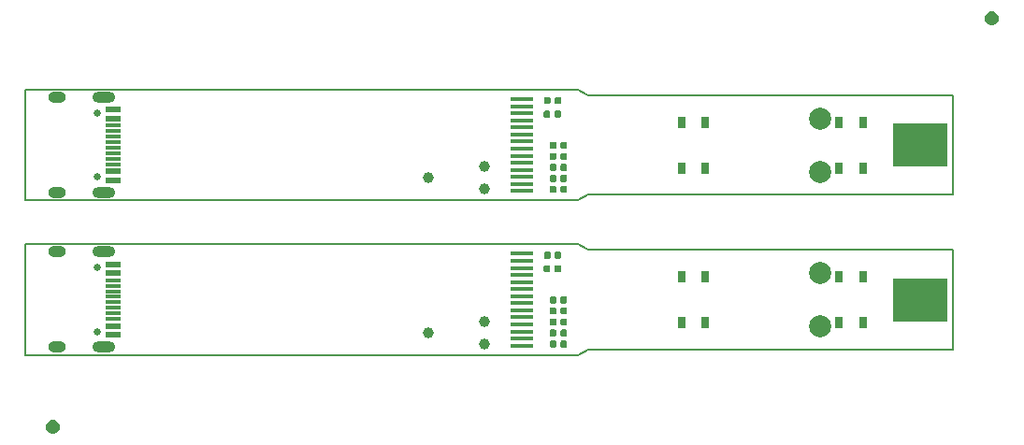
<source format=gbs>
%MOIN*%
%OFA0B0*%
%FSLAX46Y46*%
%IPPOS*%
%LPD*%
%ADD10C,0.005905511811023622*%
%ADD11O,0.082677165354330714X0.03937007874015748*%
%ADD12O,0.062992125984251982X0.03937007874015748*%
%ADD13C,0.025590551181102365*%
%ADD14R,0.057086614173228349X0.023622047244094488*%
%ADD15R,0.057086614173228349X0.011811023622047244*%
%ADD16R,0.19685039370078741X0.15590551181102363*%
%ADD17R,0.025590551181102365X0.041338582677165357*%
%ADD18C,0.038900000000000004*%
%ADD19C,0.0388*%
%ADD20R,0.07874015748031496X0.012598425196850395*%
%ADD21C,0.07874015748031496*%
%ADD22C,0.0039370078740157488*%
%ADD23C,0.023228346456692913*%
%ADD34C,0.005905511811023622*%
%ADD35O,0.082677165354330714X0.03937007874015748*%
%ADD36O,0.062992125984251982X0.03937007874015748*%
%ADD37C,0.025590551181102365*%
%ADD38R,0.057086614173228349X0.023622047244094488*%
%ADD39R,0.057086614173228349X0.011811023622047244*%
%ADD40R,0.19685039370078741X0.15590551181102363*%
%ADD41R,0.025590551181102365X0.041338582677165357*%
%ADD42C,0.038900000000000004*%
%ADD43C,0.0388*%
%ADD44R,0.07874015748031496X0.012598425196850395*%
%ADD45C,0.07874015748031496*%
%ADD46C,0.0039370078740157488*%
%ADD47C,0.023228346456692913*%
%ADD48C,0.005905511811023622*%
%ADD49C,0.005905511811023622*%
D10*
X0002007874Y0001279527D02*
X0003307086Y0001279527D01*
X0001968503Y0001299212D02*
X0002007874Y0001279527D01*
X0001968503Y0000905511D02*
X0002007874Y0000925196D01*
X0002007874Y0000925196D02*
X0003307086Y0000925196D01*
X0000000000Y0001299212D02*
X0000000000Y0000905511D01*
X0001968503Y0000905511D02*
X0000000000Y0000905511D01*
X0003307086Y0001279527D02*
X0003307086Y0000925196D01*
X0000000000Y0001299212D02*
X0001968503Y0001299212D01*
D11*
X0000278936Y0000932677D03*
X0000278936Y0001272834D03*
D12*
X0000114370Y0000932677D03*
X0000114370Y0001272834D03*
D13*
X0000258070Y0001216535D03*
X0000258070Y0000988976D03*
D14*
X0000314960Y0001228740D03*
X0000314960Y0001197244D03*
D15*
X0000314960Y0001171653D03*
X0000314960Y0001151968D03*
X0000314960Y0001132283D03*
X0000314960Y0001112598D03*
X0000314960Y0001092913D03*
X0000314960Y0001073228D03*
X0000314960Y0001053543D03*
X0000314960Y0001033858D03*
D14*
X0000314960Y0001008267D03*
X0000314960Y0000976771D03*
D16*
X0003188976Y0001102362D03*
D17*
X0002901574Y0001184055D03*
X0002901574Y0001020669D03*
X0002986220Y0001184055D03*
X0002986220Y0001020669D03*
X0002424212Y0001020669D03*
X0002424212Y0001184055D03*
X0002339566Y0001020669D03*
X0002339566Y0001184055D03*
D18*
X0001436417Y0000985236D03*
D19*
X0001636417Y0001025236D03*
X0001636417Y0000945236D03*
D20*
X0001771653Y0001266141D03*
X0001771653Y0001240944D03*
X0001771653Y0001215747D03*
X0001771653Y0001190551D03*
X0001771653Y0001165354D03*
X0001771653Y0001140157D03*
X0001771653Y0001114960D03*
X0001771653Y0001089763D03*
X0001771653Y0001064566D03*
X0001771653Y0001039370D03*
X0001771653Y0001014173D03*
X0001771653Y0000988976D03*
X0001771653Y0000963779D03*
X0001771653Y0000938582D03*
D21*
X0002834645Y0001007873D03*
X0002834645Y0001196850D03*
D22*
G36*
X0001904407Y0001225168D02*
G01*
X0001904971Y0001225085D01*
X0001905524Y0001224946D01*
X0001906060Y0001224754D01*
X0001906576Y0001224511D01*
X0001907064Y0001224218D01*
X0001907522Y0001223878D01*
X0001907944Y0001223495D01*
X0001908327Y0001223073D01*
X0001908667Y0001222615D01*
X0001908959Y0001222127D01*
X0001909203Y0001221612D01*
X0001909395Y0001221075D01*
X0001909534Y0001220522D01*
X0001909617Y0001219958D01*
X0001909645Y0001219389D01*
X0001909645Y0001205807D01*
X0001909617Y0001205237D01*
X0001909534Y0001204674D01*
X0001909395Y0001204121D01*
X0001909203Y0001203584D01*
X0001908959Y0001203069D01*
X0001908667Y0001202580D01*
X0001908327Y0001202123D01*
X0001907944Y0001201700D01*
X0001907522Y0001201318D01*
X0001907064Y0001200978D01*
X0001906576Y0001200685D01*
X0001906060Y0001200442D01*
X0001905524Y0001200250D01*
X0001904971Y0001200111D01*
X0001904407Y0001200027D01*
X0001903838Y0001200000D01*
X0001892224Y0001200000D01*
X0001891655Y0001200027D01*
X0001891091Y0001200111D01*
X0001890538Y0001200250D01*
X0001890002Y0001200442D01*
X0001889486Y0001200685D01*
X0001888998Y0001200978D01*
X0001888540Y0001201318D01*
X0001888118Y0001201700D01*
X0001887735Y0001202123D01*
X0001887395Y0001202580D01*
X0001887103Y0001203069D01*
X0001886859Y0001203584D01*
X0001886667Y0001204121D01*
X0001886528Y0001204674D01*
X0001886445Y0001205237D01*
X0001886417Y0001205807D01*
X0001886417Y0001219389D01*
X0001886445Y0001219958D01*
X0001886528Y0001220522D01*
X0001886667Y0001221075D01*
X0001886859Y0001221612D01*
X0001887103Y0001222127D01*
X0001887395Y0001222615D01*
X0001887735Y0001223073D01*
X0001888118Y0001223495D01*
X0001888540Y0001223878D01*
X0001888998Y0001224218D01*
X0001889486Y0001224511D01*
X0001890002Y0001224754D01*
X0001890538Y0001224946D01*
X0001891091Y0001225085D01*
X0001891655Y0001225168D01*
X0001892224Y0001225196D01*
X0001903838Y0001225196D01*
X0001904407Y0001225168D01*
X0001904407Y0001225168D01*
G37*
D23*
X0001898031Y0001212598D03*
D22*
G36*
X0001866218Y0001225168D02*
G01*
X0001866782Y0001225085D01*
X0001867335Y0001224946D01*
X0001867871Y0001224754D01*
X0001868387Y0001224511D01*
X0001868875Y0001224218D01*
X0001869333Y0001223878D01*
X0001869755Y0001223495D01*
X0001870138Y0001223073D01*
X0001870478Y0001222615D01*
X0001870770Y0001222127D01*
X0001871014Y0001221612D01*
X0001871206Y0001221075D01*
X0001871345Y0001220522D01*
X0001871428Y0001219958D01*
X0001871456Y0001219389D01*
X0001871456Y0001205807D01*
X0001871428Y0001205237D01*
X0001871345Y0001204674D01*
X0001871206Y0001204121D01*
X0001871014Y0001203584D01*
X0001870770Y0001203069D01*
X0001870478Y0001202580D01*
X0001870138Y0001202123D01*
X0001869755Y0001201700D01*
X0001869333Y0001201318D01*
X0001868875Y0001200978D01*
X0001868387Y0001200685D01*
X0001867871Y0001200442D01*
X0001867335Y0001200250D01*
X0001866782Y0001200111D01*
X0001866218Y0001200027D01*
X0001865649Y0001200000D01*
X0001854035Y0001200000D01*
X0001853466Y0001200027D01*
X0001852902Y0001200111D01*
X0001852349Y0001200250D01*
X0001851813Y0001200442D01*
X0001851297Y0001200685D01*
X0001850809Y0001200978D01*
X0001850351Y0001201318D01*
X0001849929Y0001201700D01*
X0001849546Y0001202123D01*
X0001849207Y0001202580D01*
X0001848914Y0001203069D01*
X0001848670Y0001203584D01*
X0001848478Y0001204121D01*
X0001848339Y0001204674D01*
X0001848256Y0001205237D01*
X0001848228Y0001205807D01*
X0001848228Y0001219389D01*
X0001848256Y0001219958D01*
X0001848339Y0001220522D01*
X0001848478Y0001221075D01*
X0001848670Y0001221612D01*
X0001848914Y0001222127D01*
X0001849207Y0001222615D01*
X0001849546Y0001223073D01*
X0001849929Y0001223495D01*
X0001850351Y0001223878D01*
X0001850809Y0001224218D01*
X0001851297Y0001224511D01*
X0001851813Y0001224754D01*
X0001852349Y0001224946D01*
X0001852902Y0001225085D01*
X0001853466Y0001225168D01*
X0001854035Y0001225196D01*
X0001865649Y0001225196D01*
X0001866218Y0001225168D01*
X0001866218Y0001225168D01*
G37*
D23*
X0001859842Y0001212598D03*
D22*
G36*
X0001926061Y0000995838D02*
G01*
X0001926625Y0000995754D01*
X0001927177Y0000995616D01*
X0001927714Y0000995424D01*
X0001928229Y0000995180D01*
X0001928718Y0000994887D01*
X0001929176Y0000994547D01*
X0001929598Y0000994165D01*
X0001929981Y0000993743D01*
X0001930320Y0000993285D01*
X0001930613Y0000992796D01*
X0001930857Y0000992281D01*
X0001931049Y0000991744D01*
X0001931187Y0000991191D01*
X0001931271Y0000990628D01*
X0001931299Y0000990059D01*
X0001931299Y0000976476D01*
X0001931271Y0000975907D01*
X0001931187Y0000975343D01*
X0001931049Y0000974790D01*
X0001930857Y0000974254D01*
X0001930613Y0000973738D01*
X0001930320Y0000973250D01*
X0001929981Y0000972792D01*
X0001929598Y0000972370D01*
X0001929176Y0000971987D01*
X0001928718Y0000971647D01*
X0001928229Y0000971354D01*
X0001927714Y0000971111D01*
X0001927177Y0000970919D01*
X0001926625Y0000970780D01*
X0001926061Y0000970697D01*
X0001925492Y0000970669D01*
X0001913877Y0000970669D01*
X0001913308Y0000970697D01*
X0001912745Y0000970780D01*
X0001912192Y0000970919D01*
X0001911655Y0000971111D01*
X0001911140Y0000971354D01*
X0001910651Y0000971647D01*
X0001910193Y0000971987D01*
X0001909771Y0000972370D01*
X0001909389Y0000972792D01*
X0001909049Y0000973250D01*
X0001908756Y0000973738D01*
X0001908512Y0000974254D01*
X0001908320Y0000974790D01*
X0001908182Y0000975343D01*
X0001908098Y0000975907D01*
X0001908070Y0000976476D01*
X0001908070Y0000990059D01*
X0001908098Y0000990628D01*
X0001908182Y0000991191D01*
X0001908320Y0000991744D01*
X0001908512Y0000992281D01*
X0001908756Y0000992796D01*
X0001909049Y0000993285D01*
X0001909389Y0000993743D01*
X0001909771Y0000994165D01*
X0001910193Y0000994547D01*
X0001910651Y0000994887D01*
X0001911140Y0000995180D01*
X0001911655Y0000995424D01*
X0001912192Y0000995616D01*
X0001912745Y0000995754D01*
X0001913308Y0000995838D01*
X0001913877Y0000995866D01*
X0001925492Y0000995866D01*
X0001926061Y0000995838D01*
X0001926061Y0000995838D01*
G37*
D23*
X0001919685Y0000983267D03*
D22*
G36*
X0001887872Y0000995838D02*
G01*
X0001888436Y0000995754D01*
X0001888988Y0000995616D01*
X0001889525Y0000995424D01*
X0001890040Y0000995180D01*
X0001890529Y0000994887D01*
X0001890987Y0000994547D01*
X0001891409Y0000994165D01*
X0001891792Y0000993743D01*
X0001892131Y0000993285D01*
X0001892424Y0000992796D01*
X0001892668Y0000992281D01*
X0001892860Y0000991744D01*
X0001892998Y0000991191D01*
X0001893082Y0000990628D01*
X0001893110Y0000990059D01*
X0001893110Y0000976476D01*
X0001893082Y0000975907D01*
X0001892998Y0000975343D01*
X0001892860Y0000974790D01*
X0001892668Y0000974254D01*
X0001892424Y0000973738D01*
X0001892131Y0000973250D01*
X0001891792Y0000972792D01*
X0001891409Y0000972370D01*
X0001890987Y0000971987D01*
X0001890529Y0000971647D01*
X0001890040Y0000971354D01*
X0001889525Y0000971111D01*
X0001888988Y0000970919D01*
X0001888436Y0000970780D01*
X0001887872Y0000970697D01*
X0001887303Y0000970669D01*
X0001875688Y0000970669D01*
X0001875119Y0000970697D01*
X0001874556Y0000970780D01*
X0001874003Y0000970919D01*
X0001873466Y0000971111D01*
X0001872951Y0000971354D01*
X0001872462Y0000971647D01*
X0001872005Y0000971987D01*
X0001871582Y0000972370D01*
X0001871200Y0000972792D01*
X0001870860Y0000973250D01*
X0001870567Y0000973738D01*
X0001870323Y0000974254D01*
X0001870131Y0000974790D01*
X0001869993Y0000975343D01*
X0001869909Y0000975907D01*
X0001869881Y0000976476D01*
X0001869881Y0000990059D01*
X0001869909Y0000990628D01*
X0001869993Y0000991191D01*
X0001870131Y0000991744D01*
X0001870323Y0000992281D01*
X0001870567Y0000992796D01*
X0001870860Y0000993285D01*
X0001871200Y0000993743D01*
X0001871582Y0000994165D01*
X0001872005Y0000994547D01*
X0001872462Y0000994887D01*
X0001872951Y0000995180D01*
X0001873466Y0000995424D01*
X0001874003Y0000995616D01*
X0001874556Y0000995754D01*
X0001875119Y0000995838D01*
X0001875688Y0000995866D01*
X0001887303Y0000995866D01*
X0001887872Y0000995838D01*
X0001887872Y0000995838D01*
G37*
D23*
X0001881496Y0000983267D03*
D22*
G36*
X0001867203Y0001273397D02*
G01*
X0001867766Y0001273313D01*
X0001868319Y0001273175D01*
X0001868856Y0001272983D01*
X0001869371Y0001272739D01*
X0001869860Y0001272446D01*
X0001870317Y0001272107D01*
X0001870740Y0001271724D01*
X0001871122Y0001271302D01*
X0001871462Y0001270844D01*
X0001871755Y0001270355D01*
X0001871998Y0001269840D01*
X0001872190Y0001269303D01*
X0001872329Y0001268751D01*
X0001872412Y0001268187D01*
X0001872440Y0001267618D01*
X0001872440Y0001254035D01*
X0001872412Y0001253466D01*
X0001872329Y0001252902D01*
X0001872190Y0001252349D01*
X0001871998Y0001251813D01*
X0001871755Y0001251297D01*
X0001871462Y0001250809D01*
X0001871122Y0001250351D01*
X0001870740Y0001249929D01*
X0001870317Y0001249546D01*
X0001869860Y0001249206D01*
X0001869371Y0001248914D01*
X0001868856Y0001248670D01*
X0001868319Y0001248478D01*
X0001867766Y0001248339D01*
X0001867203Y0001248256D01*
X0001866633Y0001248228D01*
X0001855019Y0001248228D01*
X0001854450Y0001248256D01*
X0001853886Y0001248339D01*
X0001853333Y0001248478D01*
X0001852797Y0001248670D01*
X0001852282Y0001248914D01*
X0001851793Y0001249206D01*
X0001851335Y0001249546D01*
X0001850913Y0001249929D01*
X0001850530Y0001250351D01*
X0001850191Y0001250809D01*
X0001849898Y0001251297D01*
X0001849654Y0001251813D01*
X0001849462Y0001252349D01*
X0001849324Y0001252902D01*
X0001849240Y0001253466D01*
X0001849212Y0001254035D01*
X0001849212Y0001267618D01*
X0001849240Y0001268187D01*
X0001849324Y0001268751D01*
X0001849462Y0001269303D01*
X0001849654Y0001269840D01*
X0001849898Y0001270355D01*
X0001850191Y0001270844D01*
X0001850530Y0001271302D01*
X0001850913Y0001271724D01*
X0001851335Y0001272107D01*
X0001851793Y0001272446D01*
X0001852282Y0001272739D01*
X0001852797Y0001272983D01*
X0001853333Y0001273175D01*
X0001853886Y0001273313D01*
X0001854450Y0001273397D01*
X0001855019Y0001273425D01*
X0001866633Y0001273425D01*
X0001867203Y0001273397D01*
X0001867203Y0001273397D01*
G37*
D23*
X0001860826Y0001260826D03*
D22*
G36*
X0001905392Y0001273397D02*
G01*
X0001905955Y0001273313D01*
X0001906508Y0001273175D01*
X0001907045Y0001272983D01*
X0001907560Y0001272739D01*
X0001908049Y0001272446D01*
X0001908506Y0001272107D01*
X0001908929Y0001271724D01*
X0001909311Y0001271302D01*
X0001909651Y0001270844D01*
X0001909944Y0001270355D01*
X0001910187Y0001269840D01*
X0001910379Y0001269303D01*
X0001910518Y0001268751D01*
X0001910601Y0001268187D01*
X0001910629Y0001267618D01*
X0001910629Y0001254035D01*
X0001910601Y0001253466D01*
X0001910518Y0001252902D01*
X0001910379Y0001252349D01*
X0001910187Y0001251813D01*
X0001909944Y0001251297D01*
X0001909651Y0001250809D01*
X0001909311Y0001250351D01*
X0001908929Y0001249929D01*
X0001908506Y0001249546D01*
X0001908049Y0001249206D01*
X0001907560Y0001248914D01*
X0001907045Y0001248670D01*
X0001906508Y0001248478D01*
X0001905955Y0001248339D01*
X0001905392Y0001248256D01*
X0001904822Y0001248228D01*
X0001893208Y0001248228D01*
X0001892639Y0001248256D01*
X0001892075Y0001248339D01*
X0001891522Y0001248478D01*
X0001890986Y0001248670D01*
X0001890471Y0001248914D01*
X0001889982Y0001249206D01*
X0001889524Y0001249546D01*
X0001889102Y0001249929D01*
X0001888719Y0001250351D01*
X0001888380Y0001250809D01*
X0001888087Y0001251297D01*
X0001887843Y0001251813D01*
X0001887651Y0001252349D01*
X0001887513Y0001252902D01*
X0001887429Y0001253466D01*
X0001887401Y0001254035D01*
X0001887401Y0001267618D01*
X0001887429Y0001268187D01*
X0001887513Y0001268751D01*
X0001887651Y0001269303D01*
X0001887843Y0001269840D01*
X0001888087Y0001270355D01*
X0001888380Y0001270844D01*
X0001888719Y0001271302D01*
X0001889102Y0001271724D01*
X0001889524Y0001272107D01*
X0001889982Y0001272446D01*
X0001890471Y0001272739D01*
X0001890986Y0001272983D01*
X0001891522Y0001273175D01*
X0001892075Y0001273313D01*
X0001892639Y0001273397D01*
X0001893208Y0001273425D01*
X0001904822Y0001273425D01*
X0001905392Y0001273397D01*
X0001905392Y0001273397D01*
G37*
D23*
X0001899015Y0001260826D03*
D22*
G36*
X0001926061Y0000956468D02*
G01*
X0001926625Y0000956384D01*
X0001927177Y0000956246D01*
X0001927714Y0000956054D01*
X0001928229Y0000955810D01*
X0001928718Y0000955517D01*
X0001929176Y0000955177D01*
X0001929598Y0000954795D01*
X0001929981Y0000954372D01*
X0001930320Y0000953915D01*
X0001930613Y0000953426D01*
X0001930857Y0000952911D01*
X0001931049Y0000952374D01*
X0001931187Y0000951821D01*
X0001931271Y0000951258D01*
X0001931299Y0000950688D01*
X0001931299Y0000937106D01*
X0001931271Y0000936537D01*
X0001931187Y0000935973D01*
X0001931049Y0000935420D01*
X0001930857Y0000934884D01*
X0001930613Y0000934368D01*
X0001930320Y0000933880D01*
X0001929981Y0000933422D01*
X0001929598Y0000933000D01*
X0001929176Y0000932617D01*
X0001928718Y0000932277D01*
X0001928229Y0000931984D01*
X0001927714Y0000931741D01*
X0001927177Y0000931549D01*
X0001926625Y0000931410D01*
X0001926061Y0000931327D01*
X0001925492Y0000931299D01*
X0001913877Y0000931299D01*
X0001913308Y0000931327D01*
X0001912745Y0000931410D01*
X0001912192Y0000931549D01*
X0001911655Y0000931741D01*
X0001911140Y0000931984D01*
X0001910651Y0000932277D01*
X0001910193Y0000932617D01*
X0001909771Y0000933000D01*
X0001909389Y0000933422D01*
X0001909049Y0000933880D01*
X0001908756Y0000934368D01*
X0001908512Y0000934884D01*
X0001908320Y0000935420D01*
X0001908182Y0000935973D01*
X0001908098Y0000936537D01*
X0001908070Y0000937106D01*
X0001908070Y0000950688D01*
X0001908098Y0000951258D01*
X0001908182Y0000951821D01*
X0001908320Y0000952374D01*
X0001908512Y0000952911D01*
X0001908756Y0000953426D01*
X0001909049Y0000953915D01*
X0001909389Y0000954372D01*
X0001909771Y0000954795D01*
X0001910193Y0000955177D01*
X0001910651Y0000955517D01*
X0001911140Y0000955810D01*
X0001911655Y0000956054D01*
X0001912192Y0000956246D01*
X0001912745Y0000956384D01*
X0001913308Y0000956468D01*
X0001913877Y0000956496D01*
X0001925492Y0000956496D01*
X0001926061Y0000956468D01*
X0001926061Y0000956468D01*
G37*
D23*
X0001919685Y0000943897D03*
D22*
G36*
X0001887872Y0000956468D02*
G01*
X0001888436Y0000956384D01*
X0001888988Y0000956246D01*
X0001889525Y0000956054D01*
X0001890040Y0000955810D01*
X0001890529Y0000955517D01*
X0001890987Y0000955177D01*
X0001891409Y0000954795D01*
X0001891792Y0000954372D01*
X0001892131Y0000953915D01*
X0001892424Y0000953426D01*
X0001892668Y0000952911D01*
X0001892860Y0000952374D01*
X0001892998Y0000951821D01*
X0001893082Y0000951258D01*
X0001893110Y0000950688D01*
X0001893110Y0000937106D01*
X0001893082Y0000936537D01*
X0001892998Y0000935973D01*
X0001892860Y0000935420D01*
X0001892668Y0000934884D01*
X0001892424Y0000934368D01*
X0001892131Y0000933880D01*
X0001891792Y0000933422D01*
X0001891409Y0000933000D01*
X0001890987Y0000932617D01*
X0001890529Y0000932277D01*
X0001890040Y0000931984D01*
X0001889525Y0000931741D01*
X0001888988Y0000931549D01*
X0001888436Y0000931410D01*
X0001887872Y0000931327D01*
X0001887303Y0000931299D01*
X0001875688Y0000931299D01*
X0001875119Y0000931327D01*
X0001874556Y0000931410D01*
X0001874003Y0000931549D01*
X0001873466Y0000931741D01*
X0001872951Y0000931984D01*
X0001872462Y0000932277D01*
X0001872005Y0000932617D01*
X0001871582Y0000933000D01*
X0001871200Y0000933422D01*
X0001870860Y0000933880D01*
X0001870567Y0000934368D01*
X0001870323Y0000934884D01*
X0001870131Y0000935420D01*
X0001869993Y0000935973D01*
X0001869909Y0000936537D01*
X0001869881Y0000937106D01*
X0001869881Y0000950688D01*
X0001869909Y0000951258D01*
X0001869993Y0000951821D01*
X0001870131Y0000952374D01*
X0001870323Y0000952911D01*
X0001870567Y0000953426D01*
X0001870860Y0000953915D01*
X0001871200Y0000954372D01*
X0001871582Y0000954795D01*
X0001872005Y0000955177D01*
X0001872462Y0000955517D01*
X0001872951Y0000955810D01*
X0001873466Y0000956054D01*
X0001874003Y0000956246D01*
X0001874556Y0000956384D01*
X0001875119Y0000956468D01*
X0001875688Y0000956496D01*
X0001887303Y0000956496D01*
X0001887872Y0000956468D01*
X0001887872Y0000956468D01*
G37*
D23*
X0001881496Y0000943897D03*
D22*
G36*
X0001926061Y0001113948D02*
G01*
X0001926625Y0001113864D01*
X0001927177Y0001113726D01*
X0001927714Y0001113534D01*
X0001928229Y0001113290D01*
X0001928718Y0001112997D01*
X0001929176Y0001112658D01*
X0001929598Y0001112275D01*
X0001929981Y0001111853D01*
X0001930320Y0001111395D01*
X0001930613Y0001110906D01*
X0001930857Y0001110391D01*
X0001931049Y0001109854D01*
X0001931187Y0001109302D01*
X0001931271Y0001108738D01*
X0001931299Y0001108169D01*
X0001931299Y0001094586D01*
X0001931271Y0001094017D01*
X0001931187Y0001093453D01*
X0001931049Y0001092900D01*
X0001930857Y0001092364D01*
X0001930613Y0001091849D01*
X0001930320Y0001091360D01*
X0001929981Y0001090902D01*
X0001929598Y0001090480D01*
X0001929176Y0001090097D01*
X0001928718Y0001089758D01*
X0001928229Y0001089465D01*
X0001927714Y0001089221D01*
X0001927177Y0001089029D01*
X0001926625Y0001088891D01*
X0001926061Y0001088807D01*
X0001925492Y0001088779D01*
X0001913877Y0001088779D01*
X0001913308Y0001088807D01*
X0001912745Y0001088891D01*
X0001912192Y0001089029D01*
X0001911655Y0001089221D01*
X0001911140Y0001089465D01*
X0001910651Y0001089758D01*
X0001910193Y0001090097D01*
X0001909771Y0001090480D01*
X0001909389Y0001090902D01*
X0001909049Y0001091360D01*
X0001908756Y0001091849D01*
X0001908512Y0001092364D01*
X0001908320Y0001092900D01*
X0001908182Y0001093453D01*
X0001908098Y0001094017D01*
X0001908070Y0001094586D01*
X0001908070Y0001108169D01*
X0001908098Y0001108738D01*
X0001908182Y0001109302D01*
X0001908320Y0001109854D01*
X0001908512Y0001110391D01*
X0001908756Y0001110906D01*
X0001909049Y0001111395D01*
X0001909389Y0001111853D01*
X0001909771Y0001112275D01*
X0001910193Y0001112658D01*
X0001910651Y0001112997D01*
X0001911140Y0001113290D01*
X0001911655Y0001113534D01*
X0001912192Y0001113726D01*
X0001912745Y0001113864D01*
X0001913308Y0001113948D01*
X0001913877Y0001113976D01*
X0001925492Y0001113976D01*
X0001926061Y0001113948D01*
X0001926061Y0001113948D01*
G37*
D23*
X0001919685Y0001101377D03*
D22*
G36*
X0001887872Y0001113948D02*
G01*
X0001888436Y0001113864D01*
X0001888988Y0001113726D01*
X0001889525Y0001113534D01*
X0001890040Y0001113290D01*
X0001890529Y0001112997D01*
X0001890987Y0001112658D01*
X0001891409Y0001112275D01*
X0001891792Y0001111853D01*
X0001892131Y0001111395D01*
X0001892424Y0001110906D01*
X0001892668Y0001110391D01*
X0001892860Y0001109854D01*
X0001892998Y0001109302D01*
X0001893082Y0001108738D01*
X0001893110Y0001108169D01*
X0001893110Y0001094586D01*
X0001893082Y0001094017D01*
X0001892998Y0001093453D01*
X0001892860Y0001092900D01*
X0001892668Y0001092364D01*
X0001892424Y0001091849D01*
X0001892131Y0001091360D01*
X0001891792Y0001090902D01*
X0001891409Y0001090480D01*
X0001890987Y0001090097D01*
X0001890529Y0001089758D01*
X0001890040Y0001089465D01*
X0001889525Y0001089221D01*
X0001888988Y0001089029D01*
X0001888436Y0001088891D01*
X0001887872Y0001088807D01*
X0001887303Y0001088779D01*
X0001875688Y0001088779D01*
X0001875119Y0001088807D01*
X0001874556Y0001088891D01*
X0001874003Y0001089029D01*
X0001873466Y0001089221D01*
X0001872951Y0001089465D01*
X0001872462Y0001089758D01*
X0001872005Y0001090097D01*
X0001871582Y0001090480D01*
X0001871200Y0001090902D01*
X0001870860Y0001091360D01*
X0001870567Y0001091849D01*
X0001870323Y0001092364D01*
X0001870131Y0001092900D01*
X0001869993Y0001093453D01*
X0001869909Y0001094017D01*
X0001869881Y0001094586D01*
X0001869881Y0001108169D01*
X0001869909Y0001108738D01*
X0001869993Y0001109302D01*
X0001870131Y0001109854D01*
X0001870323Y0001110391D01*
X0001870567Y0001110906D01*
X0001870860Y0001111395D01*
X0001871200Y0001111853D01*
X0001871582Y0001112275D01*
X0001872005Y0001112658D01*
X0001872462Y0001112997D01*
X0001872951Y0001113290D01*
X0001873466Y0001113534D01*
X0001874003Y0001113726D01*
X0001874556Y0001113864D01*
X0001875119Y0001113948D01*
X0001875688Y0001113976D01*
X0001887303Y0001113976D01*
X0001887872Y0001113948D01*
X0001887872Y0001113948D01*
G37*
D23*
X0001881496Y0001101377D03*
D22*
G36*
X0001926061Y0001035208D02*
G01*
X0001926625Y0001035124D01*
X0001927177Y0001034986D01*
X0001927714Y0001034794D01*
X0001928229Y0001034550D01*
X0001928718Y0001034257D01*
X0001929176Y0001033918D01*
X0001929598Y0001033535D01*
X0001929981Y0001033113D01*
X0001930320Y0001032655D01*
X0001930613Y0001032166D01*
X0001930857Y0001031651D01*
X0001931049Y0001031114D01*
X0001931187Y0001030562D01*
X0001931271Y0001029998D01*
X0001931299Y0001029429D01*
X0001931299Y0001015846D01*
X0001931271Y0001015277D01*
X0001931187Y0001014713D01*
X0001931049Y0001014160D01*
X0001930857Y0001013624D01*
X0001930613Y0001013108D01*
X0001930320Y0001012620D01*
X0001929981Y0001012162D01*
X0001929598Y0001011740D01*
X0001929176Y0001011357D01*
X0001928718Y0001011017D01*
X0001928229Y0001010725D01*
X0001927714Y0001010481D01*
X0001927177Y0001010289D01*
X0001926625Y0001010150D01*
X0001926061Y0001010067D01*
X0001925492Y0001010039D01*
X0001913877Y0001010039D01*
X0001913308Y0001010067D01*
X0001912745Y0001010150D01*
X0001912192Y0001010289D01*
X0001911655Y0001010481D01*
X0001911140Y0001010725D01*
X0001910651Y0001011017D01*
X0001910193Y0001011357D01*
X0001909771Y0001011740D01*
X0001909389Y0001012162D01*
X0001909049Y0001012620D01*
X0001908756Y0001013108D01*
X0001908512Y0001013624D01*
X0001908320Y0001014160D01*
X0001908182Y0001014713D01*
X0001908098Y0001015277D01*
X0001908070Y0001015846D01*
X0001908070Y0001029429D01*
X0001908098Y0001029998D01*
X0001908182Y0001030562D01*
X0001908320Y0001031114D01*
X0001908512Y0001031651D01*
X0001908756Y0001032166D01*
X0001909049Y0001032655D01*
X0001909389Y0001033113D01*
X0001909771Y0001033535D01*
X0001910193Y0001033918D01*
X0001910651Y0001034257D01*
X0001911140Y0001034550D01*
X0001911655Y0001034794D01*
X0001912192Y0001034986D01*
X0001912745Y0001035124D01*
X0001913308Y0001035208D01*
X0001913877Y0001035236D01*
X0001925492Y0001035236D01*
X0001926061Y0001035208D01*
X0001926061Y0001035208D01*
G37*
D23*
X0001919685Y0001022637D03*
D22*
G36*
X0001887872Y0001035208D02*
G01*
X0001888436Y0001035124D01*
X0001888988Y0001034986D01*
X0001889525Y0001034794D01*
X0001890040Y0001034550D01*
X0001890529Y0001034257D01*
X0001890987Y0001033918D01*
X0001891409Y0001033535D01*
X0001891792Y0001033113D01*
X0001892131Y0001032655D01*
X0001892424Y0001032166D01*
X0001892668Y0001031651D01*
X0001892860Y0001031114D01*
X0001892998Y0001030562D01*
X0001893082Y0001029998D01*
X0001893110Y0001029429D01*
X0001893110Y0001015846D01*
X0001893082Y0001015277D01*
X0001892998Y0001014713D01*
X0001892860Y0001014160D01*
X0001892668Y0001013624D01*
X0001892424Y0001013108D01*
X0001892131Y0001012620D01*
X0001891792Y0001012162D01*
X0001891409Y0001011740D01*
X0001890987Y0001011357D01*
X0001890529Y0001011017D01*
X0001890040Y0001010725D01*
X0001889525Y0001010481D01*
X0001888988Y0001010289D01*
X0001888436Y0001010150D01*
X0001887872Y0001010067D01*
X0001887303Y0001010039D01*
X0001875688Y0001010039D01*
X0001875119Y0001010067D01*
X0001874556Y0001010150D01*
X0001874003Y0001010289D01*
X0001873466Y0001010481D01*
X0001872951Y0001010725D01*
X0001872462Y0001011017D01*
X0001872005Y0001011357D01*
X0001871582Y0001011740D01*
X0001871200Y0001012162D01*
X0001870860Y0001012620D01*
X0001870567Y0001013108D01*
X0001870323Y0001013624D01*
X0001870131Y0001014160D01*
X0001869993Y0001014713D01*
X0001869909Y0001015277D01*
X0001869881Y0001015846D01*
X0001869881Y0001029429D01*
X0001869909Y0001029998D01*
X0001869993Y0001030562D01*
X0001870131Y0001031114D01*
X0001870323Y0001031651D01*
X0001870567Y0001032166D01*
X0001870860Y0001032655D01*
X0001871200Y0001033113D01*
X0001871582Y0001033535D01*
X0001872005Y0001033918D01*
X0001872462Y0001034257D01*
X0001872951Y0001034550D01*
X0001873466Y0001034794D01*
X0001874003Y0001034986D01*
X0001874556Y0001035124D01*
X0001875119Y0001035208D01*
X0001875688Y0001035236D01*
X0001887303Y0001035236D01*
X0001887872Y0001035208D01*
X0001887872Y0001035208D01*
G37*
D23*
X0001881496Y0001022637D03*
D22*
G36*
X0001926061Y0001074578D02*
G01*
X0001926625Y0001074494D01*
X0001927177Y0001074356D01*
X0001927714Y0001074164D01*
X0001928229Y0001073920D01*
X0001928718Y0001073627D01*
X0001929176Y0001073288D01*
X0001929598Y0001072905D01*
X0001929981Y0001072483D01*
X0001930320Y0001072025D01*
X0001930613Y0001071536D01*
X0001930857Y0001071021D01*
X0001931049Y0001070484D01*
X0001931187Y0001069932D01*
X0001931271Y0001069368D01*
X0001931299Y0001068799D01*
X0001931299Y0001055216D01*
X0001931271Y0001054647D01*
X0001931187Y0001054083D01*
X0001931049Y0001053530D01*
X0001930857Y0001052994D01*
X0001930613Y0001052479D01*
X0001930320Y0001051990D01*
X0001929981Y0001051532D01*
X0001929598Y0001051110D01*
X0001929176Y0001050727D01*
X0001928718Y0001050388D01*
X0001928229Y0001050095D01*
X0001927714Y0001049851D01*
X0001927177Y0001049659D01*
X0001926625Y0001049520D01*
X0001926061Y0001049437D01*
X0001925492Y0001049409D01*
X0001913877Y0001049409D01*
X0001913308Y0001049437D01*
X0001912745Y0001049520D01*
X0001912192Y0001049659D01*
X0001911655Y0001049851D01*
X0001911140Y0001050095D01*
X0001910651Y0001050388D01*
X0001910193Y0001050727D01*
X0001909771Y0001051110D01*
X0001909389Y0001051532D01*
X0001909049Y0001051990D01*
X0001908756Y0001052479D01*
X0001908512Y0001052994D01*
X0001908320Y0001053530D01*
X0001908182Y0001054083D01*
X0001908098Y0001054647D01*
X0001908070Y0001055216D01*
X0001908070Y0001068799D01*
X0001908098Y0001069368D01*
X0001908182Y0001069932D01*
X0001908320Y0001070484D01*
X0001908512Y0001071021D01*
X0001908756Y0001071536D01*
X0001909049Y0001072025D01*
X0001909389Y0001072483D01*
X0001909771Y0001072905D01*
X0001910193Y0001073288D01*
X0001910651Y0001073627D01*
X0001911140Y0001073920D01*
X0001911655Y0001074164D01*
X0001912192Y0001074356D01*
X0001912745Y0001074494D01*
X0001913308Y0001074578D01*
X0001913877Y0001074606D01*
X0001925492Y0001074606D01*
X0001926061Y0001074578D01*
X0001926061Y0001074578D01*
G37*
D23*
X0001919685Y0001062007D03*
D22*
G36*
X0001887872Y0001074578D02*
G01*
X0001888436Y0001074494D01*
X0001888988Y0001074356D01*
X0001889525Y0001074164D01*
X0001890040Y0001073920D01*
X0001890529Y0001073627D01*
X0001890987Y0001073288D01*
X0001891409Y0001072905D01*
X0001891792Y0001072483D01*
X0001892131Y0001072025D01*
X0001892424Y0001071536D01*
X0001892668Y0001071021D01*
X0001892860Y0001070484D01*
X0001892998Y0001069932D01*
X0001893082Y0001069368D01*
X0001893110Y0001068799D01*
X0001893110Y0001055216D01*
X0001893082Y0001054647D01*
X0001892998Y0001054083D01*
X0001892860Y0001053530D01*
X0001892668Y0001052994D01*
X0001892424Y0001052479D01*
X0001892131Y0001051990D01*
X0001891792Y0001051532D01*
X0001891409Y0001051110D01*
X0001890987Y0001050727D01*
X0001890529Y0001050388D01*
X0001890040Y0001050095D01*
X0001889525Y0001049851D01*
X0001888988Y0001049659D01*
X0001888436Y0001049520D01*
X0001887872Y0001049437D01*
X0001887303Y0001049409D01*
X0001875688Y0001049409D01*
X0001875119Y0001049437D01*
X0001874556Y0001049520D01*
X0001874003Y0001049659D01*
X0001873466Y0001049851D01*
X0001872951Y0001050095D01*
X0001872462Y0001050388D01*
X0001872005Y0001050727D01*
X0001871582Y0001051110D01*
X0001871200Y0001051532D01*
X0001870860Y0001051990D01*
X0001870567Y0001052479D01*
X0001870323Y0001052994D01*
X0001870131Y0001053530D01*
X0001869993Y0001054083D01*
X0001869909Y0001054647D01*
X0001869881Y0001055216D01*
X0001869881Y0001068799D01*
X0001869909Y0001069368D01*
X0001869993Y0001069932D01*
X0001870131Y0001070484D01*
X0001870323Y0001071021D01*
X0001870567Y0001071536D01*
X0001870860Y0001072025D01*
X0001871200Y0001072483D01*
X0001871582Y0001072905D01*
X0001872005Y0001073288D01*
X0001872462Y0001073627D01*
X0001872951Y0001073920D01*
X0001873466Y0001074164D01*
X0001874003Y0001074356D01*
X0001874556Y0001074494D01*
X0001875119Y0001074578D01*
X0001875688Y0001074606D01*
X0001887303Y0001074606D01*
X0001887872Y0001074578D01*
X0001887872Y0001074578D01*
G37*
D23*
X0001881496Y0001062007D03*
G04 next file*
G04 #@! TF.GenerationSoftware,KiCad,Pcbnew,5.1.4+dfsg1-1*
G04 #@! TF.CreationDate,2019-12-23T21:39:53+01:00*
G04 #@! TF.ProjectId,TS100C,54533130-3043-42e6-9b69-6361645f7063,rev?*
G04 #@! TF.SameCoordinates,Original*
G04 #@! TF.FileFunction,Soldermask,Bot*
G04 #@! TF.FilePolarity,Negative*
G04 Gerber Fmt 4.6, Leading zero omitted, Abs format (unit mm)*
G04 Created by KiCad (PCBNEW 5.1.4+dfsg1-1) date 2019-12-23 21:39:53*
G04 APERTURE LIST*
G04 APERTURE END LIST*
D34*
X0002007874Y0000728346D02*
X0003307086Y0000728346D01*
X0001968503Y0000748031D02*
X0002007874Y0000728346D01*
X0001968503Y0000354330D02*
X0002007874Y0000374015D01*
X0002007874Y0000374015D02*
X0003307086Y0000374015D01*
X0000000000Y0000748031D02*
X0000000000Y0000354330D01*
X0001968503Y0000354330D02*
X0000000000Y0000354330D01*
X0003307086Y0000728346D02*
X0003307086Y0000374015D01*
X0000000000Y0000748031D02*
X0001968503Y0000748031D01*
D35*
X0000278936Y0000381496D03*
X0000278936Y0000721653D03*
D36*
X0000114370Y0000381496D03*
X0000114370Y0000721653D03*
D37*
X0000258070Y0000665354D03*
X0000258070Y0000437795D03*
D38*
X0000314960Y0000677559D03*
X0000314960Y0000646062D03*
D39*
X0000314960Y0000620472D03*
X0000314960Y0000600787D03*
X0000314960Y0000581102D03*
X0000314960Y0000561417D03*
X0000314960Y0000541732D03*
X0000314960Y0000522047D03*
X0000314960Y0000502362D03*
X0000314960Y0000482677D03*
D38*
X0000314960Y0000457086D03*
X0000314960Y0000425590D03*
D40*
X0003188976Y0000551181D03*
D41*
X0002901574Y0000632874D03*
X0002901574Y0000469488D03*
X0002986220Y0000632874D03*
X0002986220Y0000469488D03*
X0002424212Y0000469488D03*
X0002424212Y0000632874D03*
X0002339566Y0000469488D03*
X0002339566Y0000632874D03*
D42*
X0001436417Y0000434055D03*
D43*
X0001636417Y0000474055D03*
X0001636417Y0000394055D03*
D44*
X0001771653Y0000714960D03*
X0001771653Y0000689763D03*
X0001771653Y0000664566D03*
X0001771653Y0000639370D03*
X0001771653Y0000614173D03*
X0001771653Y0000588976D03*
X0001771653Y0000563779D03*
X0001771653Y0000538582D03*
X0001771653Y0000513385D03*
X0001771653Y0000488188D03*
X0001771653Y0000462992D03*
X0001771653Y0000437795D03*
X0001771653Y0000412598D03*
X0001771653Y0000387401D03*
D45*
X0002834645Y0000456692D03*
X0002834645Y0000645669D03*
D46*
G36*
X0001904407Y0000673987D02*
G01*
X0001904971Y0000673904D01*
X0001905524Y0000673765D01*
X0001906060Y0000673573D01*
X0001906576Y0000673330D01*
X0001907064Y0000673037D01*
X0001907522Y0000672697D01*
X0001907944Y0000672314D01*
X0001908327Y0000671892D01*
X0001908667Y0000671434D01*
X0001908959Y0000670946D01*
X0001909203Y0000670430D01*
X0001909395Y0000669894D01*
X0001909534Y0000669341D01*
X0001909617Y0000668777D01*
X0001909645Y0000668208D01*
X0001909645Y0000654625D01*
X0001909617Y0000654056D01*
X0001909534Y0000653493D01*
X0001909395Y0000652940D01*
X0001909203Y0000652403D01*
X0001908959Y0000651888D01*
X0001908667Y0000651399D01*
X0001908327Y0000650942D01*
X0001907944Y0000650519D01*
X0001907522Y0000650137D01*
X0001907064Y0000649797D01*
X0001906576Y0000649504D01*
X0001906060Y0000649260D01*
X0001905524Y0000649068D01*
X0001904971Y0000648930D01*
X0001904407Y0000648846D01*
X0001903838Y0000648818D01*
X0001892224Y0000648818D01*
X0001891655Y0000648846D01*
X0001891091Y0000648930D01*
X0001890538Y0000649068D01*
X0001890002Y0000649260D01*
X0001889486Y0000649504D01*
X0001888998Y0000649797D01*
X0001888540Y0000650137D01*
X0001888118Y0000650519D01*
X0001887735Y0000650942D01*
X0001887395Y0000651399D01*
X0001887103Y0000651888D01*
X0001886859Y0000652403D01*
X0001886667Y0000652940D01*
X0001886528Y0000653493D01*
X0001886445Y0000654056D01*
X0001886417Y0000654625D01*
X0001886417Y0000668208D01*
X0001886445Y0000668777D01*
X0001886528Y0000669341D01*
X0001886667Y0000669894D01*
X0001886859Y0000670430D01*
X0001887103Y0000670946D01*
X0001887395Y0000671434D01*
X0001887735Y0000671892D01*
X0001888118Y0000672314D01*
X0001888540Y0000672697D01*
X0001888998Y0000673037D01*
X0001889486Y0000673330D01*
X0001890002Y0000673573D01*
X0001890538Y0000673765D01*
X0001891091Y0000673904D01*
X0001891655Y0000673987D01*
X0001892224Y0000674015D01*
X0001903838Y0000674015D01*
X0001904407Y0000673987D01*
X0001904407Y0000673987D01*
G37*
D47*
X0001898031Y0000661417D03*
D46*
G36*
X0001866218Y0000673987D02*
G01*
X0001866782Y0000673904D01*
X0001867335Y0000673765D01*
X0001867871Y0000673573D01*
X0001868387Y0000673330D01*
X0001868875Y0000673037D01*
X0001869333Y0000672697D01*
X0001869755Y0000672314D01*
X0001870138Y0000671892D01*
X0001870478Y0000671434D01*
X0001870770Y0000670946D01*
X0001871014Y0000670430D01*
X0001871206Y0000669894D01*
X0001871345Y0000669341D01*
X0001871428Y0000668777D01*
X0001871456Y0000668208D01*
X0001871456Y0000654625D01*
X0001871428Y0000654056D01*
X0001871345Y0000653493D01*
X0001871206Y0000652940D01*
X0001871014Y0000652403D01*
X0001870770Y0000651888D01*
X0001870478Y0000651399D01*
X0001870138Y0000650942D01*
X0001869755Y0000650519D01*
X0001869333Y0000650137D01*
X0001868875Y0000649797D01*
X0001868387Y0000649504D01*
X0001867871Y0000649260D01*
X0001867335Y0000649068D01*
X0001866782Y0000648930D01*
X0001866218Y0000648846D01*
X0001865649Y0000648818D01*
X0001854035Y0000648818D01*
X0001853466Y0000648846D01*
X0001852902Y0000648930D01*
X0001852349Y0000649068D01*
X0001851813Y0000649260D01*
X0001851297Y0000649504D01*
X0001850809Y0000649797D01*
X0001850351Y0000650137D01*
X0001849929Y0000650519D01*
X0001849546Y0000650942D01*
X0001849207Y0000651399D01*
X0001848914Y0000651888D01*
X0001848670Y0000652403D01*
X0001848478Y0000652940D01*
X0001848339Y0000653493D01*
X0001848256Y0000654056D01*
X0001848228Y0000654625D01*
X0001848228Y0000668208D01*
X0001848256Y0000668777D01*
X0001848339Y0000669341D01*
X0001848478Y0000669894D01*
X0001848670Y0000670430D01*
X0001848914Y0000670946D01*
X0001849207Y0000671434D01*
X0001849546Y0000671892D01*
X0001849929Y0000672314D01*
X0001850351Y0000672697D01*
X0001850809Y0000673037D01*
X0001851297Y0000673330D01*
X0001851813Y0000673573D01*
X0001852349Y0000673765D01*
X0001852902Y0000673904D01*
X0001853466Y0000673987D01*
X0001854035Y0000674015D01*
X0001865649Y0000674015D01*
X0001866218Y0000673987D01*
X0001866218Y0000673987D01*
G37*
D47*
X0001859842Y0000661417D03*
D46*
G36*
X0001926061Y0000444657D02*
G01*
X0001926625Y0000444573D01*
X0001927177Y0000444435D01*
X0001927714Y0000444242D01*
X0001928229Y0000443999D01*
X0001928718Y0000443706D01*
X0001929176Y0000443366D01*
X0001929598Y0000442984D01*
X0001929981Y0000442561D01*
X0001930320Y0000442104D01*
X0001930613Y0000441615D01*
X0001930857Y0000441100D01*
X0001931049Y0000440563D01*
X0001931187Y0000440010D01*
X0001931271Y0000439447D01*
X0001931299Y0000438877D01*
X0001931299Y0000425295D01*
X0001931271Y0000424726D01*
X0001931187Y0000424162D01*
X0001931049Y0000423609D01*
X0001930857Y0000423072D01*
X0001930613Y0000422557D01*
X0001930320Y0000422068D01*
X0001929981Y0000421611D01*
X0001929598Y0000421189D01*
X0001929176Y0000420806D01*
X0001928718Y0000420466D01*
X0001928229Y0000420173D01*
X0001927714Y0000419930D01*
X0001927177Y0000419738D01*
X0001926625Y0000419599D01*
X0001926061Y0000419516D01*
X0001925492Y0000419488D01*
X0001913877Y0000419488D01*
X0001913308Y0000419516D01*
X0001912745Y0000419599D01*
X0001912192Y0000419738D01*
X0001911655Y0000419930D01*
X0001911140Y0000420173D01*
X0001910651Y0000420466D01*
X0001910193Y0000420806D01*
X0001909771Y0000421189D01*
X0001909389Y0000421611D01*
X0001909049Y0000422068D01*
X0001908756Y0000422557D01*
X0001908512Y0000423072D01*
X0001908320Y0000423609D01*
X0001908182Y0000424162D01*
X0001908098Y0000424726D01*
X0001908070Y0000425295D01*
X0001908070Y0000438877D01*
X0001908098Y0000439447D01*
X0001908182Y0000440010D01*
X0001908320Y0000440563D01*
X0001908512Y0000441100D01*
X0001908756Y0000441615D01*
X0001909049Y0000442104D01*
X0001909389Y0000442561D01*
X0001909771Y0000442984D01*
X0001910193Y0000443366D01*
X0001910651Y0000443706D01*
X0001911140Y0000443999D01*
X0001911655Y0000444242D01*
X0001912192Y0000444435D01*
X0001912745Y0000444573D01*
X0001913308Y0000444657D01*
X0001913877Y0000444685D01*
X0001925492Y0000444685D01*
X0001926061Y0000444657D01*
X0001926061Y0000444657D01*
G37*
D47*
X0001919685Y0000432086D03*
D46*
G36*
X0001887872Y0000444657D02*
G01*
X0001888436Y0000444573D01*
X0001888988Y0000444435D01*
X0001889525Y0000444242D01*
X0001890040Y0000443999D01*
X0001890529Y0000443706D01*
X0001890987Y0000443366D01*
X0001891409Y0000442984D01*
X0001891792Y0000442561D01*
X0001892131Y0000442104D01*
X0001892424Y0000441615D01*
X0001892668Y0000441100D01*
X0001892860Y0000440563D01*
X0001892998Y0000440010D01*
X0001893082Y0000439447D01*
X0001893110Y0000438877D01*
X0001893110Y0000425295D01*
X0001893082Y0000424726D01*
X0001892998Y0000424162D01*
X0001892860Y0000423609D01*
X0001892668Y0000423072D01*
X0001892424Y0000422557D01*
X0001892131Y0000422068D01*
X0001891792Y0000421611D01*
X0001891409Y0000421189D01*
X0001890987Y0000420806D01*
X0001890529Y0000420466D01*
X0001890040Y0000420173D01*
X0001889525Y0000419930D01*
X0001888988Y0000419738D01*
X0001888436Y0000419599D01*
X0001887872Y0000419516D01*
X0001887303Y0000419488D01*
X0001875688Y0000419488D01*
X0001875119Y0000419516D01*
X0001874556Y0000419599D01*
X0001874003Y0000419738D01*
X0001873466Y0000419930D01*
X0001872951Y0000420173D01*
X0001872462Y0000420466D01*
X0001872005Y0000420806D01*
X0001871582Y0000421189D01*
X0001871200Y0000421611D01*
X0001870860Y0000422068D01*
X0001870567Y0000422557D01*
X0001870323Y0000423072D01*
X0001870131Y0000423609D01*
X0001869993Y0000424162D01*
X0001869909Y0000424726D01*
X0001869881Y0000425295D01*
X0001869881Y0000438877D01*
X0001869909Y0000439447D01*
X0001869993Y0000440010D01*
X0001870131Y0000440563D01*
X0001870323Y0000441100D01*
X0001870567Y0000441615D01*
X0001870860Y0000442104D01*
X0001871200Y0000442561D01*
X0001871582Y0000442984D01*
X0001872005Y0000443366D01*
X0001872462Y0000443706D01*
X0001872951Y0000443999D01*
X0001873466Y0000444242D01*
X0001874003Y0000444435D01*
X0001874556Y0000444573D01*
X0001875119Y0000444657D01*
X0001875688Y0000444685D01*
X0001887303Y0000444685D01*
X0001887872Y0000444657D01*
X0001887872Y0000444657D01*
G37*
D47*
X0001881496Y0000432086D03*
D46*
G36*
X0001867203Y0000722216D02*
G01*
X0001867766Y0000722132D01*
X0001868319Y0000721994D01*
X0001868856Y0000721802D01*
X0001869371Y0000721558D01*
X0001869860Y0000721265D01*
X0001870317Y0000720925D01*
X0001870740Y0000720543D01*
X0001871122Y0000720120D01*
X0001871462Y0000719663D01*
X0001871755Y0000719174D01*
X0001871998Y0000718659D01*
X0001872190Y0000718122D01*
X0001872329Y0000717569D01*
X0001872412Y0000717006D01*
X0001872440Y0000716437D01*
X0001872440Y0000702854D01*
X0001872412Y0000702285D01*
X0001872329Y0000701721D01*
X0001872190Y0000701168D01*
X0001871998Y0000700632D01*
X0001871755Y0000700116D01*
X0001871462Y0000699628D01*
X0001871122Y0000699170D01*
X0001870740Y0000698748D01*
X0001870317Y0000698365D01*
X0001869860Y0000698025D01*
X0001869371Y0000697732D01*
X0001868856Y0000697489D01*
X0001868319Y0000697297D01*
X0001867766Y0000697158D01*
X0001867203Y0000697075D01*
X0001866633Y0000697047D01*
X0001855019Y0000697047D01*
X0001854450Y0000697075D01*
X0001853886Y0000697158D01*
X0001853333Y0000697297D01*
X0001852797Y0000697489D01*
X0001852282Y0000697732D01*
X0001851793Y0000698025D01*
X0001851335Y0000698365D01*
X0001850913Y0000698748D01*
X0001850530Y0000699170D01*
X0001850191Y0000699628D01*
X0001849898Y0000700116D01*
X0001849654Y0000700632D01*
X0001849462Y0000701168D01*
X0001849324Y0000701721D01*
X0001849240Y0000702285D01*
X0001849212Y0000702854D01*
X0001849212Y0000716437D01*
X0001849240Y0000717006D01*
X0001849324Y0000717569D01*
X0001849462Y0000718122D01*
X0001849654Y0000718659D01*
X0001849898Y0000719174D01*
X0001850191Y0000719663D01*
X0001850530Y0000720120D01*
X0001850913Y0000720543D01*
X0001851335Y0000720925D01*
X0001851793Y0000721265D01*
X0001852282Y0000721558D01*
X0001852797Y0000721802D01*
X0001853333Y0000721994D01*
X0001853886Y0000722132D01*
X0001854450Y0000722216D01*
X0001855019Y0000722244D01*
X0001866633Y0000722244D01*
X0001867203Y0000722216D01*
X0001867203Y0000722216D01*
G37*
D47*
X0001860826Y0000709645D03*
D46*
G36*
X0001905392Y0000722216D02*
G01*
X0001905955Y0000722132D01*
X0001906508Y0000721994D01*
X0001907045Y0000721802D01*
X0001907560Y0000721558D01*
X0001908049Y0000721265D01*
X0001908506Y0000720925D01*
X0001908929Y0000720543D01*
X0001909311Y0000720120D01*
X0001909651Y0000719663D01*
X0001909944Y0000719174D01*
X0001910187Y0000718659D01*
X0001910379Y0000718122D01*
X0001910518Y0000717569D01*
X0001910601Y0000717006D01*
X0001910629Y0000716437D01*
X0001910629Y0000702854D01*
X0001910601Y0000702285D01*
X0001910518Y0000701721D01*
X0001910379Y0000701168D01*
X0001910187Y0000700632D01*
X0001909944Y0000700116D01*
X0001909651Y0000699628D01*
X0001909311Y0000699170D01*
X0001908929Y0000698748D01*
X0001908506Y0000698365D01*
X0001908049Y0000698025D01*
X0001907560Y0000697732D01*
X0001907045Y0000697489D01*
X0001906508Y0000697297D01*
X0001905955Y0000697158D01*
X0001905392Y0000697075D01*
X0001904822Y0000697047D01*
X0001893208Y0000697047D01*
X0001892639Y0000697075D01*
X0001892075Y0000697158D01*
X0001891522Y0000697297D01*
X0001890986Y0000697489D01*
X0001890471Y0000697732D01*
X0001889982Y0000698025D01*
X0001889524Y0000698365D01*
X0001889102Y0000698748D01*
X0001888719Y0000699170D01*
X0001888380Y0000699628D01*
X0001888087Y0000700116D01*
X0001887843Y0000700632D01*
X0001887651Y0000701168D01*
X0001887513Y0000701721D01*
X0001887429Y0000702285D01*
X0001887401Y0000702854D01*
X0001887401Y0000716437D01*
X0001887429Y0000717006D01*
X0001887513Y0000717569D01*
X0001887651Y0000718122D01*
X0001887843Y0000718659D01*
X0001888087Y0000719174D01*
X0001888380Y0000719663D01*
X0001888719Y0000720120D01*
X0001889102Y0000720543D01*
X0001889524Y0000720925D01*
X0001889982Y0000721265D01*
X0001890471Y0000721558D01*
X0001890986Y0000721802D01*
X0001891522Y0000721994D01*
X0001892075Y0000722132D01*
X0001892639Y0000722216D01*
X0001893208Y0000722244D01*
X0001904822Y0000722244D01*
X0001905392Y0000722216D01*
X0001905392Y0000722216D01*
G37*
D47*
X0001899015Y0000709645D03*
D46*
G36*
X0001926061Y0000405287D02*
G01*
X0001926625Y0000405203D01*
X0001927177Y0000405064D01*
X0001927714Y0000404872D01*
X0001928229Y0000404629D01*
X0001928718Y0000404336D01*
X0001929176Y0000403996D01*
X0001929598Y0000403614D01*
X0001929981Y0000403191D01*
X0001930320Y0000402734D01*
X0001930613Y0000402245D01*
X0001930857Y0000401730D01*
X0001931049Y0000401193D01*
X0001931187Y0000400640D01*
X0001931271Y0000400077D01*
X0001931299Y0000399507D01*
X0001931299Y0000385925D01*
X0001931271Y0000385355D01*
X0001931187Y0000384792D01*
X0001931049Y0000384239D01*
X0001930857Y0000383702D01*
X0001930613Y0000383187D01*
X0001930320Y0000382698D01*
X0001929981Y0000382241D01*
X0001929598Y0000381818D01*
X0001929176Y0000381436D01*
X0001928718Y0000381096D01*
X0001928229Y0000380803D01*
X0001927714Y0000380560D01*
X0001927177Y0000380368D01*
X0001926625Y0000380229D01*
X0001926061Y0000380146D01*
X0001925492Y0000380118D01*
X0001913877Y0000380118D01*
X0001913308Y0000380146D01*
X0001912745Y0000380229D01*
X0001912192Y0000380368D01*
X0001911655Y0000380560D01*
X0001911140Y0000380803D01*
X0001910651Y0000381096D01*
X0001910193Y0000381436D01*
X0001909771Y0000381818D01*
X0001909389Y0000382241D01*
X0001909049Y0000382698D01*
X0001908756Y0000383187D01*
X0001908512Y0000383702D01*
X0001908320Y0000384239D01*
X0001908182Y0000384792D01*
X0001908098Y0000385355D01*
X0001908070Y0000385925D01*
X0001908070Y0000399507D01*
X0001908098Y0000400077D01*
X0001908182Y0000400640D01*
X0001908320Y0000401193D01*
X0001908512Y0000401730D01*
X0001908756Y0000402245D01*
X0001909049Y0000402734D01*
X0001909389Y0000403191D01*
X0001909771Y0000403614D01*
X0001910193Y0000403996D01*
X0001910651Y0000404336D01*
X0001911140Y0000404629D01*
X0001911655Y0000404872D01*
X0001912192Y0000405064D01*
X0001912745Y0000405203D01*
X0001913308Y0000405287D01*
X0001913877Y0000405314D01*
X0001925492Y0000405314D01*
X0001926061Y0000405287D01*
X0001926061Y0000405287D01*
G37*
D47*
X0001919685Y0000392716D03*
D46*
G36*
X0001887872Y0000405287D02*
G01*
X0001888436Y0000405203D01*
X0001888988Y0000405064D01*
X0001889525Y0000404872D01*
X0001890040Y0000404629D01*
X0001890529Y0000404336D01*
X0001890987Y0000403996D01*
X0001891409Y0000403614D01*
X0001891792Y0000403191D01*
X0001892131Y0000402734D01*
X0001892424Y0000402245D01*
X0001892668Y0000401730D01*
X0001892860Y0000401193D01*
X0001892998Y0000400640D01*
X0001893082Y0000400077D01*
X0001893110Y0000399507D01*
X0001893110Y0000385925D01*
X0001893082Y0000385355D01*
X0001892998Y0000384792D01*
X0001892860Y0000384239D01*
X0001892668Y0000383702D01*
X0001892424Y0000383187D01*
X0001892131Y0000382698D01*
X0001891792Y0000382241D01*
X0001891409Y0000381818D01*
X0001890987Y0000381436D01*
X0001890529Y0000381096D01*
X0001890040Y0000380803D01*
X0001889525Y0000380560D01*
X0001888988Y0000380368D01*
X0001888436Y0000380229D01*
X0001887872Y0000380146D01*
X0001887303Y0000380118D01*
X0001875688Y0000380118D01*
X0001875119Y0000380146D01*
X0001874556Y0000380229D01*
X0001874003Y0000380368D01*
X0001873466Y0000380560D01*
X0001872951Y0000380803D01*
X0001872462Y0000381096D01*
X0001872005Y0000381436D01*
X0001871582Y0000381818D01*
X0001871200Y0000382241D01*
X0001870860Y0000382698D01*
X0001870567Y0000383187D01*
X0001870323Y0000383702D01*
X0001870131Y0000384239D01*
X0001869993Y0000384792D01*
X0001869909Y0000385355D01*
X0001869881Y0000385925D01*
X0001869881Y0000399507D01*
X0001869909Y0000400077D01*
X0001869993Y0000400640D01*
X0001870131Y0000401193D01*
X0001870323Y0000401730D01*
X0001870567Y0000402245D01*
X0001870860Y0000402734D01*
X0001871200Y0000403191D01*
X0001871582Y0000403614D01*
X0001872005Y0000403996D01*
X0001872462Y0000404336D01*
X0001872951Y0000404629D01*
X0001873466Y0000404872D01*
X0001874003Y0000405064D01*
X0001874556Y0000405203D01*
X0001875119Y0000405287D01*
X0001875688Y0000405314D01*
X0001887303Y0000405314D01*
X0001887872Y0000405287D01*
X0001887872Y0000405287D01*
G37*
D47*
X0001881496Y0000392716D03*
D46*
G36*
X0001926061Y0000562767D02*
G01*
X0001926625Y0000562683D01*
X0001927177Y0000562545D01*
X0001927714Y0000562353D01*
X0001928229Y0000562109D01*
X0001928718Y0000561816D01*
X0001929176Y0000561477D01*
X0001929598Y0000561094D01*
X0001929981Y0000560672D01*
X0001930320Y0000560214D01*
X0001930613Y0000559725D01*
X0001930857Y0000559210D01*
X0001931049Y0000558673D01*
X0001931187Y0000558121D01*
X0001931271Y0000557557D01*
X0001931299Y0000556988D01*
X0001931299Y0000543405D01*
X0001931271Y0000542836D01*
X0001931187Y0000542272D01*
X0001931049Y0000541719D01*
X0001930857Y0000541183D01*
X0001930613Y0000540668D01*
X0001930320Y0000540179D01*
X0001929981Y0000539721D01*
X0001929598Y0000539299D01*
X0001929176Y0000538916D01*
X0001928718Y0000538577D01*
X0001928229Y0000538284D01*
X0001927714Y0000538040D01*
X0001927177Y0000537848D01*
X0001926625Y0000537709D01*
X0001926061Y0000537626D01*
X0001925492Y0000537598D01*
X0001913877Y0000537598D01*
X0001913308Y0000537626D01*
X0001912745Y0000537709D01*
X0001912192Y0000537848D01*
X0001911655Y0000538040D01*
X0001911140Y0000538284D01*
X0001910651Y0000538577D01*
X0001910193Y0000538916D01*
X0001909771Y0000539299D01*
X0001909389Y0000539721D01*
X0001909049Y0000540179D01*
X0001908756Y0000540668D01*
X0001908512Y0000541183D01*
X0001908320Y0000541719D01*
X0001908182Y0000542272D01*
X0001908098Y0000542836D01*
X0001908070Y0000543405D01*
X0001908070Y0000556988D01*
X0001908098Y0000557557D01*
X0001908182Y0000558121D01*
X0001908320Y0000558673D01*
X0001908512Y0000559210D01*
X0001908756Y0000559725D01*
X0001909049Y0000560214D01*
X0001909389Y0000560672D01*
X0001909771Y0000561094D01*
X0001910193Y0000561477D01*
X0001910651Y0000561816D01*
X0001911140Y0000562109D01*
X0001911655Y0000562353D01*
X0001912192Y0000562545D01*
X0001912745Y0000562683D01*
X0001913308Y0000562767D01*
X0001913877Y0000562795D01*
X0001925492Y0000562795D01*
X0001926061Y0000562767D01*
X0001926061Y0000562767D01*
G37*
D47*
X0001919685Y0000550196D03*
D46*
G36*
X0001887872Y0000562767D02*
G01*
X0001888436Y0000562683D01*
X0001888988Y0000562545D01*
X0001889525Y0000562353D01*
X0001890040Y0000562109D01*
X0001890529Y0000561816D01*
X0001890987Y0000561477D01*
X0001891409Y0000561094D01*
X0001891792Y0000560672D01*
X0001892131Y0000560214D01*
X0001892424Y0000559725D01*
X0001892668Y0000559210D01*
X0001892860Y0000558673D01*
X0001892998Y0000558121D01*
X0001893082Y0000557557D01*
X0001893110Y0000556988D01*
X0001893110Y0000543405D01*
X0001893082Y0000542836D01*
X0001892998Y0000542272D01*
X0001892860Y0000541719D01*
X0001892668Y0000541183D01*
X0001892424Y0000540668D01*
X0001892131Y0000540179D01*
X0001891792Y0000539721D01*
X0001891409Y0000539299D01*
X0001890987Y0000538916D01*
X0001890529Y0000538577D01*
X0001890040Y0000538284D01*
X0001889525Y0000538040D01*
X0001888988Y0000537848D01*
X0001888436Y0000537709D01*
X0001887872Y0000537626D01*
X0001887303Y0000537598D01*
X0001875688Y0000537598D01*
X0001875119Y0000537626D01*
X0001874556Y0000537709D01*
X0001874003Y0000537848D01*
X0001873466Y0000538040D01*
X0001872951Y0000538284D01*
X0001872462Y0000538577D01*
X0001872005Y0000538916D01*
X0001871582Y0000539299D01*
X0001871200Y0000539721D01*
X0001870860Y0000540179D01*
X0001870567Y0000540668D01*
X0001870323Y0000541183D01*
X0001870131Y0000541719D01*
X0001869993Y0000542272D01*
X0001869909Y0000542836D01*
X0001869881Y0000543405D01*
X0001869881Y0000556988D01*
X0001869909Y0000557557D01*
X0001869993Y0000558121D01*
X0001870131Y0000558673D01*
X0001870323Y0000559210D01*
X0001870567Y0000559725D01*
X0001870860Y0000560214D01*
X0001871200Y0000560672D01*
X0001871582Y0000561094D01*
X0001872005Y0000561477D01*
X0001872462Y0000561816D01*
X0001872951Y0000562109D01*
X0001873466Y0000562353D01*
X0001874003Y0000562545D01*
X0001874556Y0000562683D01*
X0001875119Y0000562767D01*
X0001875688Y0000562795D01*
X0001887303Y0000562795D01*
X0001887872Y0000562767D01*
X0001887872Y0000562767D01*
G37*
D47*
X0001881496Y0000550196D03*
D46*
G36*
X0001926061Y0000484027D02*
G01*
X0001926625Y0000483943D01*
X0001927177Y0000483805D01*
X0001927714Y0000483613D01*
X0001928229Y0000483369D01*
X0001928718Y0000483076D01*
X0001929176Y0000482736D01*
X0001929598Y0000482354D01*
X0001929981Y0000481932D01*
X0001930320Y0000481474D01*
X0001930613Y0000480985D01*
X0001930857Y0000480470D01*
X0001931049Y0000479933D01*
X0001931187Y0000479380D01*
X0001931271Y0000478817D01*
X0001931299Y0000478247D01*
X0001931299Y0000464665D01*
X0001931271Y0000464096D01*
X0001931187Y0000463532D01*
X0001931049Y0000462979D01*
X0001930857Y0000462443D01*
X0001930613Y0000461927D01*
X0001930320Y0000461439D01*
X0001929981Y0000460981D01*
X0001929598Y0000460559D01*
X0001929176Y0000460176D01*
X0001928718Y0000459836D01*
X0001928229Y0000459543D01*
X0001927714Y0000459300D01*
X0001927177Y0000459108D01*
X0001926625Y0000458969D01*
X0001926061Y0000458886D01*
X0001925492Y0000458858D01*
X0001913877Y0000458858D01*
X0001913308Y0000458886D01*
X0001912745Y0000458969D01*
X0001912192Y0000459108D01*
X0001911655Y0000459300D01*
X0001911140Y0000459543D01*
X0001910651Y0000459836D01*
X0001910193Y0000460176D01*
X0001909771Y0000460559D01*
X0001909389Y0000460981D01*
X0001909049Y0000461439D01*
X0001908756Y0000461927D01*
X0001908512Y0000462443D01*
X0001908320Y0000462979D01*
X0001908182Y0000463532D01*
X0001908098Y0000464096D01*
X0001908070Y0000464665D01*
X0001908070Y0000478247D01*
X0001908098Y0000478817D01*
X0001908182Y0000479380D01*
X0001908320Y0000479933D01*
X0001908512Y0000480470D01*
X0001908756Y0000480985D01*
X0001909049Y0000481474D01*
X0001909389Y0000481932D01*
X0001909771Y0000482354D01*
X0001910193Y0000482736D01*
X0001910651Y0000483076D01*
X0001911140Y0000483369D01*
X0001911655Y0000483613D01*
X0001912192Y0000483805D01*
X0001912745Y0000483943D01*
X0001913308Y0000484027D01*
X0001913877Y0000484055D01*
X0001925492Y0000484055D01*
X0001926061Y0000484027D01*
X0001926061Y0000484027D01*
G37*
D47*
X0001919685Y0000471456D03*
D46*
G36*
X0001887872Y0000484027D02*
G01*
X0001888436Y0000483943D01*
X0001888988Y0000483805D01*
X0001889525Y0000483613D01*
X0001890040Y0000483369D01*
X0001890529Y0000483076D01*
X0001890987Y0000482736D01*
X0001891409Y0000482354D01*
X0001891792Y0000481932D01*
X0001892131Y0000481474D01*
X0001892424Y0000480985D01*
X0001892668Y0000480470D01*
X0001892860Y0000479933D01*
X0001892998Y0000479380D01*
X0001893082Y0000478817D01*
X0001893110Y0000478247D01*
X0001893110Y0000464665D01*
X0001893082Y0000464096D01*
X0001892998Y0000463532D01*
X0001892860Y0000462979D01*
X0001892668Y0000462443D01*
X0001892424Y0000461927D01*
X0001892131Y0000461439D01*
X0001891792Y0000460981D01*
X0001891409Y0000460559D01*
X0001890987Y0000460176D01*
X0001890529Y0000459836D01*
X0001890040Y0000459543D01*
X0001889525Y0000459300D01*
X0001888988Y0000459108D01*
X0001888436Y0000458969D01*
X0001887872Y0000458886D01*
X0001887303Y0000458858D01*
X0001875688Y0000458858D01*
X0001875119Y0000458886D01*
X0001874556Y0000458969D01*
X0001874003Y0000459108D01*
X0001873466Y0000459300D01*
X0001872951Y0000459543D01*
X0001872462Y0000459836D01*
X0001872005Y0000460176D01*
X0001871582Y0000460559D01*
X0001871200Y0000460981D01*
X0001870860Y0000461439D01*
X0001870567Y0000461927D01*
X0001870323Y0000462443D01*
X0001870131Y0000462979D01*
X0001869993Y0000463532D01*
X0001869909Y0000464096D01*
X0001869881Y0000464665D01*
X0001869881Y0000478247D01*
X0001869909Y0000478817D01*
X0001869993Y0000479380D01*
X0001870131Y0000479933D01*
X0001870323Y0000480470D01*
X0001870567Y0000480985D01*
X0001870860Y0000481474D01*
X0001871200Y0000481932D01*
X0001871582Y0000482354D01*
X0001872005Y0000482736D01*
X0001872462Y0000483076D01*
X0001872951Y0000483369D01*
X0001873466Y0000483613D01*
X0001874003Y0000483805D01*
X0001874556Y0000483943D01*
X0001875119Y0000484027D01*
X0001875688Y0000484055D01*
X0001887303Y0000484055D01*
X0001887872Y0000484027D01*
X0001887872Y0000484027D01*
G37*
D47*
X0001881496Y0000471456D03*
D46*
G36*
X0001926061Y0000523397D02*
G01*
X0001926625Y0000523313D01*
X0001927177Y0000523175D01*
X0001927714Y0000522983D01*
X0001928229Y0000522739D01*
X0001928718Y0000522446D01*
X0001929176Y0000522107D01*
X0001929598Y0000521724D01*
X0001929981Y0000521302D01*
X0001930320Y0000520844D01*
X0001930613Y0000520355D01*
X0001930857Y0000519840D01*
X0001931049Y0000519303D01*
X0001931187Y0000518751D01*
X0001931271Y0000518187D01*
X0001931299Y0000517618D01*
X0001931299Y0000504035D01*
X0001931271Y0000503466D01*
X0001931187Y0000502902D01*
X0001931049Y0000502349D01*
X0001930857Y0000501813D01*
X0001930613Y0000501297D01*
X0001930320Y0000500809D01*
X0001929981Y0000500351D01*
X0001929598Y0000499929D01*
X0001929176Y0000499546D01*
X0001928718Y0000499206D01*
X0001928229Y0000498914D01*
X0001927714Y0000498670D01*
X0001927177Y0000498478D01*
X0001926625Y0000498339D01*
X0001926061Y0000498256D01*
X0001925492Y0000498228D01*
X0001913877Y0000498228D01*
X0001913308Y0000498256D01*
X0001912745Y0000498339D01*
X0001912192Y0000498478D01*
X0001911655Y0000498670D01*
X0001911140Y0000498914D01*
X0001910651Y0000499206D01*
X0001910193Y0000499546D01*
X0001909771Y0000499929D01*
X0001909389Y0000500351D01*
X0001909049Y0000500809D01*
X0001908756Y0000501297D01*
X0001908512Y0000501813D01*
X0001908320Y0000502349D01*
X0001908182Y0000502902D01*
X0001908098Y0000503466D01*
X0001908070Y0000504035D01*
X0001908070Y0000517618D01*
X0001908098Y0000518187D01*
X0001908182Y0000518751D01*
X0001908320Y0000519303D01*
X0001908512Y0000519840D01*
X0001908756Y0000520355D01*
X0001909049Y0000520844D01*
X0001909389Y0000521302D01*
X0001909771Y0000521724D01*
X0001910193Y0000522107D01*
X0001910651Y0000522446D01*
X0001911140Y0000522739D01*
X0001911655Y0000522983D01*
X0001912192Y0000523175D01*
X0001912745Y0000523313D01*
X0001913308Y0000523397D01*
X0001913877Y0000523425D01*
X0001925492Y0000523425D01*
X0001926061Y0000523397D01*
X0001926061Y0000523397D01*
G37*
D47*
X0001919685Y0000510826D03*
D46*
G36*
X0001887872Y0000523397D02*
G01*
X0001888436Y0000523313D01*
X0001888988Y0000523175D01*
X0001889525Y0000522983D01*
X0001890040Y0000522739D01*
X0001890529Y0000522446D01*
X0001890987Y0000522107D01*
X0001891409Y0000521724D01*
X0001891792Y0000521302D01*
X0001892131Y0000520844D01*
X0001892424Y0000520355D01*
X0001892668Y0000519840D01*
X0001892860Y0000519303D01*
X0001892998Y0000518751D01*
X0001893082Y0000518187D01*
X0001893110Y0000517618D01*
X0001893110Y0000504035D01*
X0001893082Y0000503466D01*
X0001892998Y0000502902D01*
X0001892860Y0000502349D01*
X0001892668Y0000501813D01*
X0001892424Y0000501297D01*
X0001892131Y0000500809D01*
X0001891792Y0000500351D01*
X0001891409Y0000499929D01*
X0001890987Y0000499546D01*
X0001890529Y0000499206D01*
X0001890040Y0000498914D01*
X0001889525Y0000498670D01*
X0001888988Y0000498478D01*
X0001888436Y0000498339D01*
X0001887872Y0000498256D01*
X0001887303Y0000498228D01*
X0001875688Y0000498228D01*
X0001875119Y0000498256D01*
X0001874556Y0000498339D01*
X0001874003Y0000498478D01*
X0001873466Y0000498670D01*
X0001872951Y0000498914D01*
X0001872462Y0000499206D01*
X0001872005Y0000499546D01*
X0001871582Y0000499929D01*
X0001871200Y0000500351D01*
X0001870860Y0000500809D01*
X0001870567Y0000501297D01*
X0001870323Y0000501813D01*
X0001870131Y0000502349D01*
X0001869993Y0000502902D01*
X0001869909Y0000503466D01*
X0001869881Y0000504035D01*
X0001869881Y0000517618D01*
X0001869909Y0000518187D01*
X0001869993Y0000518751D01*
X0001870131Y0000519303D01*
X0001870323Y0000519840D01*
X0001870567Y0000520355D01*
X0001870860Y0000520844D01*
X0001871200Y0000521302D01*
X0001871582Y0000521724D01*
X0001872005Y0000522107D01*
X0001872462Y0000522446D01*
X0001872951Y0000522739D01*
X0001873466Y0000522983D01*
X0001874003Y0000523175D01*
X0001874556Y0000523313D01*
X0001875119Y0000523397D01*
X0001875688Y0000523425D01*
X0001887303Y0000523425D01*
X0001887872Y0000523397D01*
X0001887872Y0000523397D01*
G37*
D47*
X0001881496Y0000510826D03*
G04 next file*
G04 #@! TF.GenerationSoftware,KiCad,Pcbnew,5.1.4+dfsg1-1*
G04 #@! TF.CreationDate,2019-12-23T21:30:56+01:00*
G04 #@! TF.ProjectId,noname,6e6f6e61-6d65-42e6-9b69-6361645f7063,rev?*
G04 #@! TF.SameCoordinates,Original*
G04 #@! TF.FileFunction,Soldermask,Bot*
G04 #@! TF.FilePolarity,Negative*
G04 Gerber Fmt 4.6, Leading zero omitted, Abs format (unit mm)*
G04 Created by KiCad (PCBNEW 5.1.4+dfsg1-1) date 2019-12-23 21:30:56*
G04 APERTURE LIST*
G04 APERTURE END LIST*
D48*
G36*
X0000103240Y0000122635D02*
G01*
X0000105625Y0000122161D01*
X0000107871Y0000121231D01*
X0000110117Y0000120300D01*
X0000114160Y0000117599D01*
X0000117599Y0000114160D01*
X0000120300Y0000110117D01*
X0000122161Y0000105625D01*
X0000123110Y0000100856D01*
X0000123110Y0000095993D01*
X0000122161Y0000091224D01*
X0000120300Y0000086732D01*
X0000117599Y0000082689D01*
X0000114160Y0000079250D01*
X0000110117Y0000076549D01*
X0000107871Y0000075619D01*
X0000105625Y0000074688D01*
X0000103240Y0000074214D01*
X0000100856Y0000073740D01*
X0000095993Y0000073740D01*
X0000093609Y0000074214D01*
X0000091224Y0000074688D01*
X0000088978Y0000075619D01*
X0000086732Y0000076549D01*
X0000082689Y0000079250D01*
X0000079250Y0000082689D01*
X0000076549Y0000086732D01*
X0000074688Y0000091224D01*
X0000073740Y0000095993D01*
X0000073740Y0000100856D01*
X0000074688Y0000105625D01*
X0000076549Y0000110117D01*
X0000079250Y0000114160D01*
X0000082689Y0000117599D01*
X0000086732Y0000120300D01*
X0000088978Y0000121231D01*
X0000091224Y0000122161D01*
X0000093609Y0000122635D01*
X0000095993Y0000123110D01*
X0000100856Y0000123110D01*
X0000103240Y0000122635D01*
X0000103240Y0000122635D01*
G37*
G04 next file*
G04 #@! TF.GenerationSoftware,KiCad,Pcbnew,5.1.4+dfsg1-1*
G04 #@! TF.CreationDate,2019-12-23T21:30:56+01:00*
G04 #@! TF.ProjectId,noname,6e6f6e61-6d65-42e6-9b69-6361645f7063,rev?*
G04 #@! TF.SameCoordinates,Original*
G04 #@! TF.FileFunction,Soldermask,Bot*
G04 #@! TF.FilePolarity,Negative*
G04 Gerber Fmt 4.6, Leading zero omitted, Abs format (unit mm)*
G04 Created by KiCad (PCBNEW 5.1.4+dfsg1-1) date 2019-12-23 21:30:56*
G04 APERTURE LIST*
G04 APERTURE END LIST*
D49*
G36*
X0003440066Y0001530907D02*
G01*
X0003437681Y0001531381D01*
X0003435435Y0001532312D01*
X0003433189Y0001533242D01*
X0003429146Y0001535943D01*
X0003425707Y0001539382D01*
X0003423006Y0001543425D01*
X0003421145Y0001547917D01*
X0003420196Y0001552686D01*
X0003420196Y0001557549D01*
X0003421145Y0001562318D01*
X0003423006Y0001566810D01*
X0003425707Y0001570853D01*
X0003429146Y0001574292D01*
X0003433189Y0001576993D01*
X0003435435Y0001577924D01*
X0003437681Y0001578854D01*
X0003440066Y0001579328D01*
X0003442450Y0001579803D01*
X0003447313Y0001579803D01*
X0003449697Y0001579328D01*
X0003452082Y0001578854D01*
X0003454328Y0001577924D01*
X0003456574Y0001576993D01*
X0003460617Y0001574292D01*
X0003464056Y0001570853D01*
X0003466757Y0001566810D01*
X0003468618Y0001562318D01*
X0003469566Y0001557549D01*
X0003469566Y0001552686D01*
X0003468618Y0001547917D01*
X0003466757Y0001543425D01*
X0003464056Y0001539382D01*
X0003460617Y0001535943D01*
X0003456574Y0001533242D01*
X0003454328Y0001532312D01*
X0003452082Y0001531381D01*
X0003449697Y0001530907D01*
X0003447313Y0001530433D01*
X0003442450Y0001530433D01*
X0003440066Y0001530907D01*
X0003440066Y0001530907D01*
G37*
M02*
</source>
